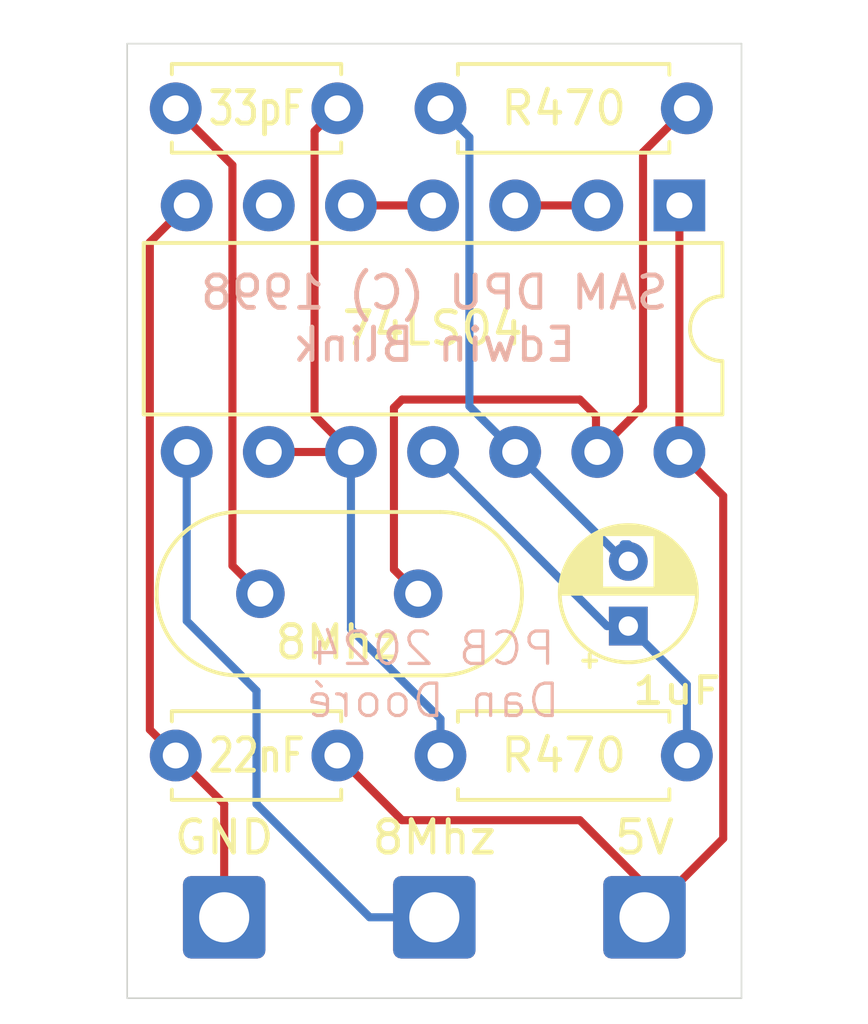
<source format=kicad_pcb>
(kicad_pcb (version 20240108) (generator "pcbnew") (generator_version "8.0")
  (layers (0 "F.Cu" signal) (31 "B.Cu" signal) (34 "B.Paste" user) (35 "F.Paste" user) (36 "B.SilkS" user "B.Silkscreen") (37 "F.SilkS" user "F.Silkscreen") (38 "B.Mask" user) (39 "F.Mask" user) (44 "Edge.Cuts" user))
  (net 0 "")
  (net 1 "Net-(R1-Pad2)")
  (net 2 "Net-(U1G-VCC)")
  (net 3 "Net-(U1-Pad4)")
  (net 4 "Net-(U1-Pad2)")
  (net 5 "Net-(C1-Pad2)")
  (net 6 "Net-(C1-Pad1)")
  (net 7 "Net-(C2-Pad2)")
  (net 8 "Net-(C2-Pad1)")
  (net 9 "Net-(8Mhz1-Pad1)")
  (net 10 "Net-(U1G-GND)")
  (footprint "Package_DIP:DIP-14_W7.62mm" (layer "F.Cu") (at 154.58 90.5 -90)
    (property "Reference" "U1")
    (property "Value" "74LS04" (at 3.8 7.625 180) (layer "F.SilkS"))
    (fp_line (start 1.16 16.57) (end 6.46 16.57) (stroke (width 0.12)) (layer "F.SilkS"))
    (fp_line (start 6.46 16.57) (end 6.46 -1.33) (stroke (width 0.12)) (layer "F.SilkS"))
    (fp_line (start 1.16 -1.33) (end 1.16 16.57) (stroke (width 0.12)) (layer "F.SilkS"))
    (fp_line (start 2.81 -1.33) (end 1.16 -1.33) (stroke (width 0.12)) (layer "F.SilkS"))
    (fp_line (start 6.46 -1.33) (end 4.81 -1.33) (stroke (width 0.12)) (layer "F.SilkS"))
    (fp_arc (start 4.81 -1.33) (mid 3.81 -0.33) (end 2.81 -1.33) (stroke (width 0.12)) (layer "F.SilkS"))
    (pad "1" thru_hole rect (at 0 0 270) (size 1.6 1.6) (drill 0.8) (layers "*.Cu" "*.Mask") (net 2 "Net-(U1G-VCC)"))
    (pad "2" thru_hole oval (at 0 2.54 270) (size 1.6 1.6) (drill 0.8) (layers "*.Cu" "*.Mask") (net 4 "Net-(U1-Pad2)"))
    (pad "3" thru_hole oval (at 0 5.08 270) (size 1.6 1.6) (drill 0.8) (layers "*.Cu" "*.Mask") (net 4 "Net-(U1-Pad2)"))
    (pad "4" thru_hole oval (at 0 7.62 270) (size 1.6 1.6) (drill 0.8) (layers "*.Cu" "*.Mask") (net 3 "Net-(U1-Pad4)"))
    (pad "5" thru_hole oval (at 0 10.16 270) (size 1.6 1.6) (drill 0.8) (layers "*.Cu" "*.Mask") (net 3 "Net-(U1-Pad4)"))
    (pad "6" thru_hole oval (at 0 12.7 270) (size 1.6 1.6) (drill 0.8) (layers "*.Cu" "*.Mask"))
    (pad "7" thru_hole oval (at 0 15.24 270) (size 1.6 1.6) (drill 0.8) (layers "*.Cu" "*.Mask") (net 10 "Net-(U1G-GND)"))
    (pad "8" thru_hole oval (at 7.62 15.24 270) (size 1.6 1.6) (drill 0.8) (layers "*.Cu" "*.Mask") (net 9 "Net-(8Mhz1-Pad1)"))
    (pad "9" thru_hole oval (at 7.62 12.7 270) (size 1.6 1.6) (drill 0.8) (layers "*.Cu" "*.Mask") (net 6 "Net-(C1-Pad1)"))
    (pad "10" thru_hole oval (at 7.62 10.16 270) (size 1.6 1.6) (drill 0.8) (layers "*.Cu" "*.Mask") (net 6 "Net-(C1-Pad1)"))
    (pad "11" thru_hole oval (at 7.62 7.62 270) (size 1.6 1.6) (drill 0.8) (layers "*.Cu" "*.Mask") (net 8 "Net-(C2-Pad1)"))
    (pad "12" thru_hole oval (at 7.62 5.08 270) (size 1.6 1.6) (drill 0.8) (layers "*.Cu" "*.Mask") (net 7 "Net-(C2-Pad2)"))
    (pad "13" thru_hole oval (at 7.62 2.54 270) (size 1.6 1.6) (drill 0.8) (layers "*.Cu" "*.Mask") (net 1 "Net-(R1-Pad2)"))
    (pad "14" thru_hole oval (at 7.62 0 270) (size 1.6 1.6) (drill 0.8) (layers "*.Cu" "*.Mask") (net 2 "Net-(U1G-VCC)"))
  )
  (footprint "Capacitor_THT:C_Disc_D5.0mm_W2.5mm_P5.00mm" (layer "F.Cu") (at 144 87.5 180)
    (property "Reference" "C1")
    (property "Value" "33pF" (at 2.5 0 0) (layer "F.SilkS") (effects (font (size 1 0.8))))
    (fp_line (start 5.12 1.055) (end 5.12 1.37) (stroke (width 0.12)) (layer "F.SilkS"))
    (fp_line (start 5.12 -1.37) (end 5.12 -1.055) (stroke (width 0.12)) (layer "F.SilkS"))
    (fp_line (start -0.12 1.37) (end 5.12 1.37) (stroke (width 0.12)) (layer "F.SilkS"))
    (fp_line (start -0.12 1.055) (end -0.12 1.37) (stroke (width 0.12)) (layer "F.SilkS"))
    (fp_line (start -0.12 -1.37) (end 5.12 -1.37) (stroke (width 0.12)) (layer "F.SilkS"))
    (fp_line (start -0.12 -1.37) (end -0.12 -1.055) (stroke (width 0.12)) (layer "F.SilkS"))
    (pad "1" thru_hole circle (at 0 0 180) (size 1.6 1.6) (drill 0.8) (layers "*.Cu" "*.Mask") (net 6 "Net-(C1-Pad1)"))
    (pad "2" thru_hole circle (at 5 0 180) (size 1.6 1.6) (drill 0.8) (layers "*.Cu" "*.Mask") (net 5 "Net-(C1-Pad2)"))
  )
  (footprint "Capacitor_THT:CP_Radial_D4.0mm_P2.00mm" (layer "F.Cu") (at 153 103.5 90)
    (property "Reference" "C2")
    (property "Value" "1uF" (at -2 1.5 0) (layer "F.SilkS") (effects (font (size 0.8 1))))
    (fp_line (start 1.04 -2.08) (end 1.04 2.08) (stroke (width 0.12)) (layer "F.SilkS"))
    (fp_line (start 1 -2.08) (end 1 2.08) (stroke (width 0.12)) (layer "F.SilkS"))
    (fp_line (start 1.08 -2.079) (end 1.08 2.079) (stroke (width 0.12)) (layer "F.SilkS"))
    (fp_line (start 1.12 -2.077) (end 1.12 2.077) (stroke (width 0.12)) (layer "F.SilkS"))
    (fp_line (start 1.16 -2.074) (end 1.16 2.074) (stroke (width 0.12)) (layer "F.SilkS"))
    (fp_line (start 1.2 -2.071) (end 1.2 -0.84) (stroke (width 0.12)) (layer "F.SilkS"))
    (fp_line (start 1.24 -2.067) (end 1.24 -0.84) (stroke (width 0.12)) (layer "F.SilkS"))
    (fp_line (start 1.28 -2.062) (end 1.28 -0.84) (stroke (width 0.12)) (layer "F.SilkS"))
    (fp_line (start 1.32 -2.056) (end 1.32 -0.84) (stroke (width 0.12)) (layer "F.SilkS"))
    (fp_line (start 1.36 -2.05) (end 1.36 -0.84) (stroke (width 0.12)) (layer "F.SilkS"))
    (fp_line (start 1.4 -2.042) (end 1.4 -0.84) (stroke (width 0.12)) (layer "F.SilkS"))
    (fp_line (start 1.44 -2.034) (end 1.44 -0.84) (stroke (width 0.12)) (layer "F.SilkS"))
    (fp_line (start 1.48 -2.025) (end 1.48 -0.84) (stroke (width 0.12)) (layer "F.SilkS"))
    (fp_line (start 1.52 -2.016) (end 1.52 -0.84) (stroke (width 0.12)) (layer "F.SilkS"))
    (fp_line (start 1.56 -2.005) (end 1.56 -0.84) (stroke (width 0.12)) (layer "F.SilkS"))
    (fp_line (start 1.6 -1.994) (end 1.6 -0.84) (stroke (width 0.12)) (layer "F.SilkS"))
    (fp_line (start 1.64 -1.982) (end 1.64 -0.84) (stroke (width 0.12)) (layer "F.SilkS"))
    (fp_line (start 1.68 -1.968) (end 1.68 -0.84) (stroke (width 0.12)) (layer "F.SilkS"))
    (fp_line (start 1.721 -1.954) (end 1.721 -0.84) (stroke (width 0.12)) (layer "F.SilkS"))
    (fp_line (start 1.761 -1.94) (end 1.761 -0.84) (stroke (width 0.12)) (layer "F.SilkS"))
    (fp_line (start 1.801 -1.924) (end 1.801 -0.84) (stroke (width 0.12)) (layer "F.SilkS"))
    (fp_line (start 1.841 -1.907) (end 1.841 -0.84) (stroke (width 0.12)) (layer "F.SilkS"))
    (fp_line (start 1.881 -1.889) (end 1.881 -0.84) (stroke (width 0.12)) (layer "F.SilkS"))
    (fp_line (start 1.921 -1.87) (end 1.921 -0.84) (stroke (width 0.12)) (layer "F.SilkS"))
    (fp_line (start 1.961 -1.851) (end 1.961 -0.84) (stroke (width 0.12)) (layer "F.SilkS"))
    (fp_line (start 2.001 -1.83) (end 2.001 -0.84) (stroke (width 0.12)) (layer "F.SilkS"))
    (fp_line (start 2.041 -1.808) (end 2.041 -0.84) (stroke (width 0.12)) (layer "F.SilkS"))
    (fp_line (start 2.081 -1.785) (end 2.081 -0.84) (stroke (width 0.12)) (layer "F.SilkS"))
    (fp_line (start 2.121 -1.76) (end 2.121 -0.84) (stroke (width 0.12)) (layer "F.SilkS"))
    (fp_line (start 2.161 -1.735) (end 2.161 -0.84) (stroke (width 0.12)) (layer "F.SilkS"))
    (fp_line (start 2.201 -1.708) (end 2.201 -0.84) (stroke (width 0.12)) (layer "F.SilkS"))
    (fp_line (start 2.241 -1.68) (end 2.241 -0.84) (stroke (width 0.12)) (layer "F.SilkS"))
    (fp_line (start 2.281 -1.65) (end 2.281 -0.84) (stroke (width 0.12)) (layer "F.SilkS"))
    (fp_line (start 2.321 -1.619) (end 2.321 -0.84) (stroke (width 0.12)) (layer "F.SilkS"))
    (fp_line (start 2.361 -1.587) (end 2.361 -0.84) (stroke (width 0.12)) (layer "F.SilkS"))
    (fp_line (start 2.401 -1.552) (end 2.401 -0.84) (stroke (width 0.12)) (layer "F.SilkS"))
    (fp_line (start 2.441 -1.516) (end 2.441 -0.84) (stroke (width 0.12)) (layer "F.SilkS"))
    (fp_line (start 2.481 -1.478) (end 2.481 -0.84) (stroke (width 0.12)) (layer "F.SilkS"))
    (fp_line (start 2.521 -1.438) (end 2.521 -0.84) (stroke (width 0.12)) (layer "F.SilkS"))
    (fp_line (start 2.561 -1.396) (end 2.561 -0.84) (stroke (width 0.12)) (layer "F.SilkS"))
    (fp_line (start -1.069801 -1.395) (end -1.069801 -0.995) (stroke (width 0.12)) (layer "F.SilkS"))
    (fp_line (start 2.601 -1.351) (end 2.601 -0.84) (stroke (width 0.12)) (layer "F.SilkS"))
    (fp_line (start 2.641 -1.304) (end 2.641 -0.84) (stroke (width 0.12)) (layer "F.SilkS"))
    (fp_line (start 2.681 -1.254) (end 2.681 -0.84) (stroke (width 0.12)) (layer "F.SilkS"))
    (fp_line (start 2.721 -1.2) (end 2.721 -0.84) (stroke (width 0.12)) (layer "F.SilkS"))
    (fp_line (start -1.269801 -1.195) (end -0.869801 -1.195) (stroke (width 0.12)) (layer "F.SilkS"))
    (fp_line (start 2.761 -1.142) (end 2.761 -0.84) (stroke (width 0.12)) (layer "F.SilkS"))
    (fp_line (start 2.801 -1.08) (end 2.801 -0.84) (stroke (width 0.12)) (layer "F.SilkS"))
    (fp_line (start 2.841 -1.013) (end 2.841 1.013) (stroke (width 0.12)) (layer "F.SilkS"))
    (fp_line (start 2.881 -0.94) (end 2.881 0.94) (stroke (width 0.12)) (layer "F.SilkS"))
    (fp_line (start 2.921 -0.859) (end 2.921 0.859) (stroke (width 0.12)) (layer "F.SilkS"))
    (fp_line (start 2.961 -0.768) (end 2.961 0.768) (stroke (width 0.12)) (layer "F.SilkS"))
    (fp_line (start 3.001 -0.664) (end 3.001 0.664) (stroke (width 0.12)) (layer "F.SilkS"))
    (fp_line (start 3.041 -0.537) (end 3.041 0.537) (stroke (width 0.12)) (layer "F.SilkS"))
    (fp_line (start 3.081 -0.37) (end 3.081 0.37) (stroke (width 0.12)) (layer "F.SilkS"))
    (fp_line (start 2.801 0.84) (end 2.801 1.08) (stroke (width 0.12)) (layer "F.SilkS"))
    (fp_line (start 2.761 0.84) (end 2.761 1.142) (stroke (width 0.12)) (layer "F.SilkS"))
    (fp_line (start 2.721 0.84) (end 2.721 1.2) (stroke (width 0.12)) (layer "F.SilkS"))
    (fp_line (start 2.681 0.84) (end 2.681 1.254) (stroke (width 0.12)) (layer "F.SilkS"))
    (fp_line (start 2.641 0.84) (end 2.641 1.304) (stroke (width 0.12)) (layer "F.SilkS"))
    (fp_line (start 2.601 0.84) (end 2.601 1.351) (stroke (width 0.12)) (layer "F.SilkS"))
    (fp_line (start 2.561 0.84) (end 2.561 1.396) (stroke (width 0.12)) (layer "F.SilkS"))
    (fp_line (start 2.521 0.84) (end 2.521 1.438) (stroke (width 0.12)) (layer "F.SilkS"))
    (fp_line (start 2.481 0.84) (end 2.481 1.478) (stroke (width 0.12)) (layer "F.SilkS"))
    (fp_line (start 2.441 0.84) (end 2.441 1.516) (stroke (width 0.12)) (layer "F.SilkS"))
    (fp_line (start 2.401 0.84) (end 2.401 1.552) (stroke (width 0.12)) (layer "F.SilkS"))
    (fp_line (start 2.361 0.84) (end 2.361 1.587) (stroke (width 0.12)) (layer "F.SilkS"))
    (fp_line (start 2.321 0.84) (end 2.321 1.619) (stroke (width 0.12)) (layer "F.SilkS"))
    (fp_line (start 2.281 0.84) (end 2.281 1.65) (stroke (width 0.12)) (layer "F.SilkS"))
    (fp_line (start 2.241 0.84) (end 2.241 1.68) (stroke (width 0.12)) (layer "F.SilkS"))
    (fp_line (start 2.201 0.84) (end 2.201 1.708) (stroke (width 0.12)) (layer "F.SilkS"))
    (fp_line (start 2.161 0.84) (end 2.161 1.735) (stroke (width 0.12)) (layer "F.SilkS"))
    (fp_line (start 2.121 0.84) (end 2.121 1.76) (stroke (width 0.12)) (layer "F.SilkS"))
    (fp_line (start 2.081 0.84) (end 2.081 1.785) (stroke (width 0.12)) (layer "F.SilkS"))
    (fp_line (start 2.041 0.84) (end 2.041 1.808) (stroke (width 0.12)) (layer "F.SilkS"))
    (fp_line (start 2.001 0.84) (end 2.001 1.83) (stroke (width 0.12)) (layer "F.SilkS"))
    (fp_line (start 1.961 0.84) (end 1.961 1.851) (stroke (width 0.12)) (layer "F.SilkS"))
    (fp_line (start 1.921 0.84) (end 1.921 1.87) (stroke (width 0.12)) (layer "F.SilkS"))
    (fp_line (start 1.881 0.84) (end 1.881 1.889) (stroke (width 0.12)) (layer "F.SilkS"))
    (fp_line (start 1.841 0.84) (end 1.841 1.907) (stroke (width 0.12)) (layer "F.SilkS"))
    (fp_line (start 1.801 0.84) (end 1.801 1.924) (stroke (width 0.12)) (layer "F.SilkS"))
    (fp_line (start 1.761 0.84) (end 1.761 1.94) (stroke (width 0.12)) (layer "F.SilkS"))
    (fp_line (start 1.721 0.84) (end 1.721 1.954) (stroke (width 0.12)) (layer "F.SilkS"))
    (fp_line (start 1.68 0.84) (end 1.68 1.968) (stroke (width 0.12)) (layer "F.SilkS"))
    (fp_line (start 1.64 0.84) (end 1.64 1.982) (stroke (width 0.12)) (layer "F.SilkS"))
    (fp_line (start 1.6 0.84) (end 1.6 1.994) (stroke (width 0.12)) (layer "F.SilkS"))
    (fp_line (start 1.56 0.84) (end 1.56 2.005) (stroke (width 0.12)) (layer "F.SilkS"))
    (fp_line (start 1.52 0.84) (end 1.52 2.016) (stroke (width 0.12)) (layer "F.SilkS"))
    (fp_line (start 1.48 0.84) (end 1.48 2.025) (stroke (width 0.12)) (layer "F.SilkS"))
    (fp_line (start 1.44 0.84) (end 1.44 2.034) (stroke (width 0.12)) (layer "F.SilkS"))
    (fp_line (start 1.4 0.84) (end 1.4 2.042) (stroke (width 0.12)) (layer "F.SilkS"))
    (fp_line (start 1.36 0.84) (end 1.36 2.05) (stroke (width 0.12)) (layer "F.SilkS"))
    (fp_line (start 1.32 0.84) (end 1.32 2.056) (stroke (width 0.12)) (layer "F.SilkS"))
    (fp_line (start 1.28 0.84) (end 1.28 2.062) (stroke (width 0.12)) (layer "F.SilkS"))
    (fp_line (start 1.24 0.84) (end 1.24 2.067) (stroke (width 0.12)) (layer "F.SilkS"))
    (fp_line (start 1.2 0.84) (end 1.2 2.071) (stroke (width 0.12)) (layer "F.SilkS"))
    (fp_circle (center 1 0) (end 3.12 0) (stroke (width 0.12)) (fill none) (layer "F.SilkS"))
    (pad "1" thru_hole rect (at 0 0 90) (size 1.2 1.2) (drill 0.6) (layers "*.Cu" "*.Mask") (net 8 "Net-(C2-Pad1)"))
    (pad "2" thru_hole circle (at 2 0 90) (size 1.2 1.2) (drill 0.6) (layers "*.Cu" "*.Mask") (net 7 "Net-(C2-Pad2)"))
  )
  (footprint "Capacitor_THT:C_Disc_D5.0mm_W2.5mm_P5.00mm" (layer "F.Cu") (at 144 107.5 180)
    (property "Reference" "C3")
    (property "Value" "22nF" (at 2.5 0 0) (layer "F.SilkS") (effects (font (size 1 0.8))))
    (fp_line (start 5.12 1.055) (end 5.12 1.37) (stroke (width 0.12)) (layer "F.SilkS"))
    (fp_line (start 5.12 -1.37) (end 5.12 -1.055) (stroke (width 0.12)) (layer "F.SilkS"))
    (fp_line (start -0.12 1.37) (end 5.12 1.37) (stroke (width 0.12)) (layer "F.SilkS"))
    (fp_line (start -0.12 1.055) (end -0.12 1.37) (stroke (width 0.12)) (layer "F.SilkS"))
    (fp_line (start -0.12 -1.37) (end 5.12 -1.37) (stroke (width 0.12)) (layer "F.SilkS"))
    (fp_line (start -0.12 -1.37) (end -0.12 -1.055) (stroke (width 0.12)) (layer "F.SilkS"))
    (pad "1" thru_hole circle (at 0 0 180) (size 1.6 1.6) (drill 0.8) (layers "*.Cu" "*.Mask") (net 2 "Net-(U1G-VCC)"))
    (pad "2" thru_hole circle (at 5 0 180) (size 1.6 1.6) (drill 0.8) (layers "*.Cu" "*.Mask") (net 10 "Net-(U1G-GND)"))
  )
  (footprint "Crystal:Crystal_HC49-U_Vertical" (layer "F.Cu") (at 146.5 102.5 180)
    (property "Reference" "Y1")
    (property "Value" "8Mhz" (at 2.5 -1.5 0) (layer "F.SilkS"))
    (fp_line (start -0.685 2.525) (end 5.565 2.525) (stroke (width 0.12)) (layer "F.SilkS"))
    (fp_line (start -0.685 -2.525) (end 5.565 -2.525) (stroke (width 0.12)) (layer "F.SilkS"))
    (fp_arc (start 5.565 -2.525) (mid 8.09 0) (end 5.565 2.525) (stroke (width 0.12)) (layer "F.SilkS"))
    (fp_arc (start -0.685 2.525) (mid -3.21 0) (end -0.685 -2.525) (stroke (width 0.12)) (layer "F.SilkS"))
    (pad "1" thru_hole circle (at 0 0 180) (size 1.5 1.5) (drill 0.8) (layers "*.Cu" "*.Mask") (net 1 "Net-(R1-Pad2)"))
    (pad "2" thru_hole circle (at 4.88 0 180) (size 1.5 1.5) (drill 0.8) (layers "*.Cu" "*.Mask") (net 5 "Net-(C1-Pad2)"))
  )
  (footprint "Connector_Wire:SolderWire-0.75sqmm_1x01_D1.25mm_OD2.3mm" (layer "F.Cu") (at 153.5 112.5)
    (property "Reference" "5V" (at 0 -2.47 0) (layer "F.SilkS"))
    (property "Value" "MountingHole_Pad")
    (pad "1" thru_hole roundrect (at 0 0) (size 2.55 2.55) (drill 1.55) (layers "*.Cu" "*.Mask") (roundrect_rratio 0.098039) (net 2 "Net-(U1G-VCC)"))
  )
  (footprint "Connector_Wire:SolderWire-0.75sqmm_1x01_D1.25mm_OD2.3mm" (layer "F.Cu") (at 147 112.5)
    (property "Reference" "8Mhz" (at 0 -2.47 0) (layer "F.SilkS"))
    (property "Value" "MountingHole_Pad")
    (pad "1" thru_hole roundrect (at 0 0) (size 2.55 2.55) (drill 1.55) (layers "*.Cu" "*.Mask") (roundrect_rratio 0.098039) (net 9 "Net-(8Mhz1-Pad1)"))
  )
  (footprint "Connector_Wire:SolderWire-0.75sqmm_1x01_D1.25mm_OD2.3mm" (layer "F.Cu") (at 140.5 112.5)
    (property "Reference" "GND" (at 0 -2.47 0) (layer "F.SilkS"))
    (property "Value" "MountingHole_Pad")
    (pad "1" thru_hole roundrect (at 0 0) (size 2.55 2.55) (drill 1.55) (layers "*.Cu" "*.Mask") (roundrect_rratio 0.098039) (net 10 "Net-(U1G-GND)"))
  )
  (footprint "Resistor_THT:R_Axial_DIN0207_L6.3mm_D2.5mm_P7.62mm_Horizontal" (layer "F.Cu") (at 147.19 87.5)
    (property "Reference" "R1")
    (property "Value" "R470" (at 3.81 0 0) (layer "F.SilkS"))
    (fp_line (start 0.54 -1.37) (end 7.08 -1.37) (stroke (width 0.12)) (layer "F.SilkS"))
    (fp_line (start 0.54 -1.04) (end 0.54 -1.37) (stroke (width 0.12)) (layer "F.SilkS"))
    (fp_line (start 0.54 1.04) (end 0.54 1.37) (stroke (width 0.12)) (layer "F.SilkS"))
    (fp_line (start 0.54 1.37) (end 7.08 1.37) (stroke (width 0.12)) (layer "F.SilkS"))
    (fp_line (start 7.08 -1.37) (end 7.08 -1.04) (stroke (width 0.12)) (layer "F.SilkS"))
    (fp_line (start 7.08 1.37) (end 7.08 1.04) (stroke (width 0.12)) (layer "F.SilkS"))
    (pad "1" thru_hole circle (at 0 0) (size 1.6 1.6) (drill 0.8) (layers "*.Cu" "*.Mask") (net 7 "Net-(C2-Pad2)"))
    (pad "2" thru_hole oval (at 7.62 0) (size 1.6 1.6) (drill 0.8) (layers "*.Cu" "*.Mask") (net 1 "Net-(R1-Pad2)"))
  )
  (footprint "Resistor_THT:R_Axial_DIN0207_L6.3mm_D2.5mm_P7.62mm_Horizontal" (layer "F.Cu") (at 147.19 107.5)
    (property "Reference" "R2")
    (property "Value" "R470" (at 3.81 0 0) (layer "F.SilkS"))
    (fp_line (start 0.54 -1.37) (end 7.08 -1.37) (stroke (width 0.12)) (layer "F.SilkS"))
    (fp_line (start 0.54 -1.04) (end 0.54 -1.37) (stroke (width 0.12)) (layer "F.SilkS"))
    (fp_line (start 0.54 1.04) (end 0.54 1.37) (stroke (width 0.12)) (layer "F.SilkS"))
    (fp_line (start 0.54 1.37) (end 7.08 1.37) (stroke (width 0.12)) (layer "F.SilkS"))
    (fp_line (start 7.08 -1.37) (end 7.08 -1.04) (stroke (width 0.12)) (layer "F.SilkS"))
    (fp_line (start 7.08 1.37) (end 7.08 1.04) (stroke (width 0.12)) (layer "F.SilkS"))
    (pad "1" thru_hole circle (at 0 0) (size 1.6 1.6) (drill 0.8) (layers "*.Cu" "*.Mask") (net 6 "Net-(C1-Pad1)"))
    (pad "2" thru_hole oval (at 7.62 0) (size 1.6 1.6) (drill 0.8) (layers "*.Cu" "*.Mask") (net 8 "Net-(C2-Pad1)"))
  )
  (gr_line (start 156.5 115) (end 156.5 85.5) (stroke (width 0.05)) (layer "Edge.Cuts"))
  (gr_line (start 137.5 115) (end 156.5 115) (stroke (width 0.05)) (layer "Edge.Cuts"))
  (gr_line (start 137.5 85.5) (end 137.5 115) (stroke (width 0.05)) (layer "Edge.Cuts"))
  (gr_line (start 156.5 85.5) (end 137.5 85.5) (stroke (width 0.05)) (layer "Edge.Cuts"))
  (gr_text "PCB 2024\nDan Dooré" (at 146.955 105 0) (layer "B.SilkS") (effects (font (size 1 1) (thickness 0.1)) (justify mirror)))
  (gr_text "SAM DPU (C) 1998\nEdwin Blink" (at 147 94 -0) (layer "B.SilkS") (effects (font (size 1 1)) (justify mirror)))
  (segment (start 151.38 98.12) (end 152.04 98.12) (width 0.25) (layer "F.Cu") (net 1))
  (segment (start 152 98.08) (end 152.04 98.12) (width 0.25) (layer "F.Cu") (net 1))
  (segment (start 146.5 102.5) (end 145.75 101.75) (width 0.25) (layer "F.Cu") (net 1))
  (segment (start 152.04 98.12) (end 153.455 96.705) (width 0.25) (layer "F.Cu") (net 1))
  (segment (start 152 97) (end 152 98.08) (width 0.25) (layer "F.Cu") (net 1))
  (segment (start 145.75 101.75) (end 145.75 96.75) (width 0.25) (layer "F.Cu") (net 1))
  (segment (start 146 96.5) (end 151.5 96.5) (width 0.25) (layer "F.Cu") (net 1))
  (segment (start 153.455 96.705) (end 153.455 88.855) (width 0.25) (layer "F.Cu") (net 1))
  (segment (start 153.455 88.855) (end 154.81 87.5) (width 0.25) (layer "F.Cu") (net 1))
  (segment (start 151.5 96.5) (end 152 97) (width 0.25) (layer "F.Cu") (net 1))
  (segment (start 145.75 96.75) (end 146 96.5) (width 0.25) (layer "F.Cu") (net 1))
  (segment (start 154.58 98.12) (end 155.935 99.475) (width 0.25) (layer "F.Cu") (net 2))
  (segment (start 155.935 99.475) (end 155.935 110.065) (width 0.25) (layer "F.Cu") (net 2))
  (segment (start 153.5 111.5) (end 153.5 112.5) (width 0.25) (layer "F.Cu") (net 2))
  (segment (start 154.58 90.5) (end 154.58 98.12) (width 0.25) (layer "F.Cu") (net 2))
  (segment (start 155.935 110.065) (end 153.5 112.5) (width 0.25) (layer "F.Cu") (net 2))
  (segment (start 146 109.5) (end 151.5 109.5) (width 0.25) (layer "F.Cu") (net 2))
  (segment (start 144 107.5) (end 146 109.5) (width 0.25) (layer "F.Cu") (net 2))
  (segment (start 151.5 109.5) (end 153.5 111.5) (width 0.25) (layer "F.Cu") (net 2))
  (segment (start 146.96 90.5) (end 144.42 90.5) (width 0.25) (layer "F.Cu") (net 3))
  (segment (start 152.04 90.5) (end 149.5 90.5) (width 0.25) (layer "F.Cu") (net 4))
  (segment (start 140.755 89.255) (end 140.755 101.635) (width 0.25) (layer "F.Cu") (net 5))
  (segment (start 140.755 101.635) (end 141.62 102.5) (width 0.25) (layer "F.Cu") (net 5))
  (segment (start 139 87.5) (end 140.755 89.255) (width 0.25) (layer "F.Cu") (net 5))
  (segment (start 141.88 98.12) (end 144.42 98.12) (width 0.25) (layer "F.Cu") (net 6))
  (segment (start 143.295 96.995) (end 143.295 88.205) (width 0.25) (layer "F.Cu") (net 6))
  (segment (start 144.42 98.12) (end 143.295 96.995) (width 0.25) (layer "F.Cu") (net 6))
  (segment (start 143.295 88.205) (end 144 87.5) (width 0.25) (layer "F.Cu") (net 6))
  (segment (start 144.42 103.59863) (end 144.42 98.12) (width 0.25) (layer "B.Cu") (net 6))
  (segment (start 147.19 106.36863) (end 144.42 103.59863) (width 0.25) (layer "B.Cu") (net 6))
  (segment (start 147.19 107.5) (end 147.19 106.36863) (width 0.25) (layer "B.Cu") (net 6))
  (segment (start 149.5 98.12) (end 152.88 101.5) (width 0.25) (layer "B.Cu") (net 7))
  (segment (start 148.085 88.395) (end 148.085 96.705) (width 0.25) (layer "B.Cu") (net 7))
  (segment (start 152.88 101.5) (end 153 101.5) (width 0.25) (layer "B.Cu") (net 7))
  (segment (start 152.8526 100.9726) (end 153 100.9726) (width 0.25) (layer "B.Cu") (net 7))
  (segment (start 147.19 87.5) (end 148.085 88.395) (width 0.25) (layer "B.Cu") (net 7))
  (segment (start 148.085 96.705) (end 149.5 98.12) (width 0.25) (layer "B.Cu") (net 7))
  (segment (start 154.81 105.31) (end 153 103.5) (width 0.25) (layer "B.Cu") (net 8))
  (segment (start 154.81 105.31) (end 154.655 105.155) (width 0.25) (layer "B.Cu") (net 8))
  (segment (start 152.34 103.5) (end 153 103.5) (width 0.25) (layer "B.Cu") (net 8))
  (segment (start 146.96 98.12) (end 152.34 103.5) (width 0.25) (layer "B.Cu") (net 8))
  (segment (start 154.81 107.5) (end 154.81 105.31) (width 0.25) (layer "B.Cu") (net 8))
  (segment (start 147 112.5) (end 145 112.5) (width 0.25) (layer "B.Cu") (net 9))
  (segment (start 139.34 103.34) (end 139.34 98.12) (width 0.25) (layer "B.Cu") (net 9))
  (segment (start 141.5 105.5) (end 139.34 103.34) (width 0.25) (layer "B.Cu") (net 9))
  (segment (start 141.5 109) (end 141.5 105.5) (width 0.25) (layer "B.Cu") (net 9))
  (segment (start 145 112.5) (end 141.5 109) (width 0.25) (layer "B.Cu") (net 9))
  (segment (start 140.5 112.5) (end 140.5 109) (width 0.25) (layer "F.Cu") (net 10))
  (segment (start 138.200001 106.700001) (end 138.200001 91.64) (width 0.25) (layer "F.Cu") (net 10))
  (segment (start 140.5 109) (end 139 107.5) (width 0.25) (layer "F.Cu") (net 10))
  (segment (start 138.200001 91.64) (end 138.270001 91.57) (width 0.25) (layer "F.Cu") (net 10))
  (segment (start 138.200001 91.639999) (end 139.34 90.5) (width 0.25) (layer "F.Cu") (net 10))
  (segment (start 139 107.5) (end 138.200001 106.700001) (width 0.25) (layer "F.Cu") (net 10))
)
</source>
